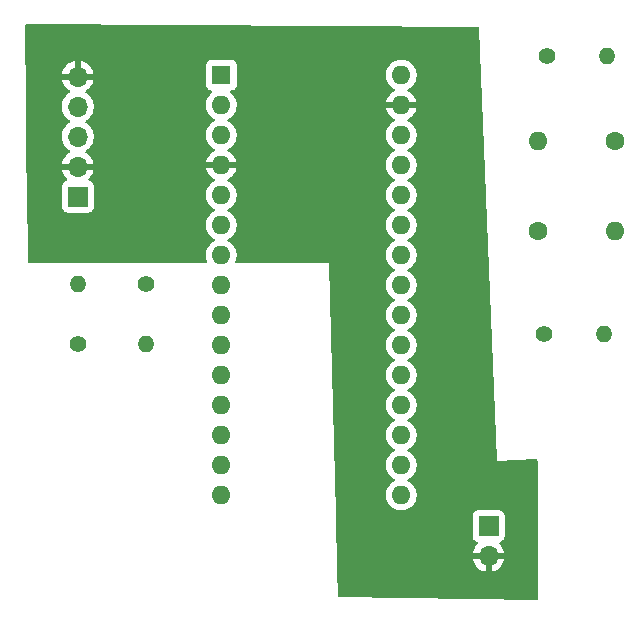
<source format=gbr>
%TF.GenerationSoftware,KiCad,Pcbnew,9.0.0*%
%TF.CreationDate,2025-03-11T22:59:59-03:00*%
%TF.ProjectId,TransmitterPCB,5472616e-736d-4697-9474-65725043422e,rev?*%
%TF.SameCoordinates,Original*%
%TF.FileFunction,Copper,L2,Bot*%
%TF.FilePolarity,Positive*%
%FSLAX46Y46*%
G04 Gerber Fmt 4.6, Leading zero omitted, Abs format (unit mm)*
G04 Created by KiCad (PCBNEW 9.0.0) date 2025-03-11 22:59:59*
%MOMM*%
%LPD*%
G01*
G04 APERTURE LIST*
%TA.AperFunction,ComponentPad*%
%ADD10C,1.600000*%
%TD*%
%TA.AperFunction,ComponentPad*%
%ADD11O,1.600000X1.600000*%
%TD*%
%TA.AperFunction,ComponentPad*%
%ADD12C,1.400000*%
%TD*%
%TA.AperFunction,ComponentPad*%
%ADD13O,1.400000X1.400000*%
%TD*%
%TA.AperFunction,ComponentPad*%
%ADD14R,1.700000X1.700000*%
%TD*%
%TA.AperFunction,ComponentPad*%
%ADD15O,1.700000X1.700000*%
%TD*%
%TA.AperFunction,ComponentPad*%
%ADD16R,1.600000X1.600000*%
%TD*%
G04 APERTURE END LIST*
D10*
%TO.P,R3,1*%
%TO.N,/Coil2*%
X160250000Y-84040000D03*
D11*
%TO.P,R3,2*%
%TO.N,/Out-*%
X160250000Y-76420000D03*
%TD*%
D10*
%TO.P,R2,1*%
%TO.N,/Out+*%
X166750000Y-76420000D03*
D11*
%TO.P,R2,2*%
%TO.N,/Coil1*%
X166750000Y-84040000D03*
%TD*%
D12*
%TO.P,R1,1*%
%TO.N,/R1-D5*%
X127000000Y-88500000D03*
D13*
%TO.P,R1,2*%
%TO.N,Net-(C1-Pad1)*%
X127000000Y-93580000D03*
%TD*%
D12*
%TO.P,L1,1,-*%
%TO.N,/Coil2*%
X160750000Y-92750000D03*
D13*
%TO.P,L1,2,+*%
%TO.N,/Coil1*%
X165830000Y-92750000D03*
%TD*%
D12*
%TO.P,J3,1,Pin_1*%
%TO.N,/Out-*%
X161000000Y-69250000D03*
D13*
%TO.P,J3,2,Pin_2*%
%TO.N,/Out+*%
X166080000Y-69250000D03*
%TD*%
D14*
%TO.P,J2,1,Pin_1*%
%TO.N,/A+*%
X121250000Y-81120000D03*
D15*
%TO.P,J2,2,Pin_2*%
%TO.N,GND*%
X121250000Y-78580000D03*
%TO.P,J2,3,Pin_3*%
%TO.N,unconnected-(J2-Pin_3-Pad3)*%
X121250000Y-76040000D03*
%TO.P,J2,4,Pin_4*%
%TO.N,+5V*%
X121250000Y-73500000D03*
%TO.P,J2,5,Pin_5*%
%TO.N,GND*%
X121250000Y-70960000D03*
%TD*%
D14*
%TO.P,J1,1,Pin_1*%
%TO.N,Net-(A1-VIN)*%
X156025000Y-109000000D03*
D15*
%TO.P,J1,2,Pin_2*%
%TO.N,GND*%
X156025000Y-111540000D03*
%TD*%
D12*
%TO.P,C1,1*%
%TO.N,Net-(C1-Pad1)*%
X121275000Y-93580000D03*
D13*
%TO.P,C1,2*%
%TO.N,/A+*%
X121275000Y-88500000D03*
%TD*%
D16*
%TO.P,A1,1,D1/TX*%
%TO.N,unconnected-(A1-D1{slash}TX-Pad1)*%
X133400000Y-70820000D03*
D11*
%TO.P,A1,2,D0/RX*%
%TO.N,unconnected-(A1-D0{slash}RX-Pad2)*%
X133400000Y-73360000D03*
%TO.P,A1,3,~{RESET}*%
%TO.N,unconnected-(A1-~{RESET}-Pad3)*%
X133400000Y-75900000D03*
%TO.P,A1,4,GND*%
%TO.N,GND*%
X133400000Y-78440000D03*
%TO.P,A1,5,D2*%
%TO.N,unconnected-(A1-D2-Pad5)*%
X133400000Y-80980000D03*
%TO.P,A1,6,D3*%
%TO.N,unconnected-(A1-D3-Pad6)*%
X133400000Y-83520000D03*
%TO.P,A1,7,D4*%
%TO.N,unconnected-(A1-D4-Pad7)*%
X133400000Y-86060000D03*
%TO.P,A1,8,D5*%
%TO.N,/R1-D5*%
X133400000Y-88600000D03*
%TO.P,A1,9,D6*%
%TO.N,unconnected-(A1-D6-Pad9)*%
X133400000Y-91140000D03*
%TO.P,A1,10,D7*%
%TO.N,unconnected-(A1-D7-Pad10)*%
X133400000Y-93680000D03*
%TO.P,A1,11,D8*%
%TO.N,unconnected-(A1-D8-Pad11)*%
X133400000Y-96220000D03*
%TO.P,A1,12,D9*%
%TO.N,unconnected-(A1-D9-Pad12)*%
X133400000Y-98760000D03*
%TO.P,A1,13,D10*%
%TO.N,unconnected-(A1-D10-Pad13)*%
X133400000Y-101300000D03*
%TO.P,A1,14,D11*%
%TO.N,unconnected-(A1-D11-Pad14)*%
X133400000Y-103840000D03*
%TO.P,A1,15,D12*%
%TO.N,unconnected-(A1-D12-Pad15)*%
X133400000Y-106380000D03*
%TO.P,A1,16,D13*%
%TO.N,unconnected-(A1-D13-Pad16)*%
X148640000Y-106380000D03*
%TO.P,A1,17,3V3*%
%TO.N,unconnected-(A1-3V3-Pad17)*%
X148640000Y-103840000D03*
%TO.P,A1,18,AREF*%
%TO.N,unconnected-(A1-AREF-Pad18)*%
X148640000Y-101300000D03*
%TO.P,A1,19,A0*%
%TO.N,unconnected-(A1-A0-Pad19)*%
X148640000Y-98760000D03*
%TO.P,A1,20,A1*%
%TO.N,unconnected-(A1-A1-Pad20)*%
X148640000Y-96220000D03*
%TO.P,A1,21,A2*%
%TO.N,unconnected-(A1-A2-Pad21)*%
X148640000Y-93680000D03*
%TO.P,A1,22,A3*%
%TO.N,unconnected-(A1-A3-Pad22)*%
X148640000Y-91140000D03*
%TO.P,A1,23,A4*%
%TO.N,unconnected-(A1-A4-Pad23)*%
X148640000Y-88600000D03*
%TO.P,A1,24,A5*%
%TO.N,unconnected-(A1-A5-Pad24)*%
X148640000Y-86060000D03*
%TO.P,A1,25,A6*%
%TO.N,unconnected-(A1-A6-Pad25)*%
X148640000Y-83520000D03*
%TO.P,A1,26,A7*%
%TO.N,unconnected-(A1-A7-Pad26)*%
X148640000Y-80980000D03*
%TO.P,A1,27,+5V*%
%TO.N,+5V*%
X148640000Y-78440000D03*
%TO.P,A1,28,~{RESET}*%
%TO.N,unconnected-(A1-~{RESET}-Pad28)*%
X148640000Y-75900000D03*
%TO.P,A1,29,GND*%
%TO.N,GND*%
X148640000Y-73360000D03*
%TO.P,A1,30,VIN*%
%TO.N,Net-(A1-VIN)*%
X148640000Y-70820000D03*
%TD*%
%TA.AperFunction,Conductor*%
%TO.N,GND*%
G36*
X155131731Y-66749232D02*
G01*
X155198641Y-66769351D01*
X155244052Y-66822451D01*
X155254823Y-66868172D01*
X156750000Y-103500000D01*
X160045733Y-103361468D01*
X160113539Y-103378320D01*
X160161472Y-103429156D01*
X160174937Y-103484568D01*
X160249192Y-115123359D01*
X160229936Y-115190523D01*
X160177425Y-115236613D01*
X160123372Y-115248137D01*
X143368975Y-115001749D01*
X143302232Y-114981080D01*
X143257258Y-114927609D01*
X143246842Y-114881053D01*
X143193100Y-112856757D01*
X143066871Y-108102135D01*
X154674500Y-108102135D01*
X154674500Y-109897870D01*
X154674501Y-109897876D01*
X154680908Y-109957483D01*
X154731202Y-110092328D01*
X154731206Y-110092335D01*
X154817452Y-110207544D01*
X154817455Y-110207547D01*
X154932664Y-110293793D01*
X154932671Y-110293797D01*
X154932674Y-110293798D01*
X155064598Y-110343002D01*
X155120531Y-110384873D01*
X155144949Y-110450337D01*
X155130098Y-110518610D01*
X155108947Y-110546865D01*
X154995271Y-110660541D01*
X154870379Y-110832442D01*
X154773904Y-111021782D01*
X154708242Y-111223870D01*
X154708242Y-111223873D01*
X154697769Y-111290000D01*
X155591988Y-111290000D01*
X155559075Y-111347007D01*
X155525000Y-111474174D01*
X155525000Y-111605826D01*
X155559075Y-111732993D01*
X155591988Y-111790000D01*
X154697769Y-111790000D01*
X154708242Y-111856126D01*
X154708242Y-111856129D01*
X154773904Y-112058217D01*
X154870379Y-112247557D01*
X154995272Y-112419459D01*
X154995276Y-112419464D01*
X155145535Y-112569723D01*
X155145540Y-112569727D01*
X155317442Y-112694620D01*
X155506782Y-112791095D01*
X155708871Y-112856757D01*
X155775000Y-112867231D01*
X155775000Y-111973012D01*
X155832007Y-112005925D01*
X155959174Y-112040000D01*
X156090826Y-112040000D01*
X156217993Y-112005925D01*
X156275000Y-111973012D01*
X156275000Y-112867230D01*
X156341126Y-112856757D01*
X156341129Y-112856757D01*
X156543217Y-112791095D01*
X156732557Y-112694620D01*
X156904459Y-112569727D01*
X156904464Y-112569723D01*
X157054723Y-112419464D01*
X157054727Y-112419459D01*
X157179620Y-112247557D01*
X157276095Y-112058217D01*
X157341757Y-111856129D01*
X157341757Y-111856126D01*
X157352231Y-111790000D01*
X156458012Y-111790000D01*
X156490925Y-111732993D01*
X156525000Y-111605826D01*
X156525000Y-111474174D01*
X156490925Y-111347007D01*
X156458012Y-111290000D01*
X157352231Y-111290000D01*
X157341757Y-111223873D01*
X157341757Y-111223870D01*
X157276095Y-111021782D01*
X157179620Y-110832442D01*
X157054727Y-110660540D01*
X157054723Y-110660535D01*
X156941053Y-110546865D01*
X156907568Y-110485542D01*
X156912552Y-110415850D01*
X156954424Y-110359917D01*
X156985400Y-110343002D01*
X157117331Y-110293796D01*
X157232546Y-110207546D01*
X157318796Y-110092331D01*
X157369091Y-109957483D01*
X157375500Y-109897873D01*
X157375499Y-108102128D01*
X157369091Y-108042517D01*
X157318796Y-107907669D01*
X157318795Y-107907668D01*
X157318793Y-107907664D01*
X157232547Y-107792455D01*
X157232544Y-107792452D01*
X157117335Y-107706206D01*
X157117328Y-107706202D01*
X156982482Y-107655908D01*
X156982483Y-107655908D01*
X156922883Y-107649501D01*
X156922881Y-107649500D01*
X156922873Y-107649500D01*
X156922864Y-107649500D01*
X155127129Y-107649500D01*
X155127123Y-107649501D01*
X155067516Y-107655908D01*
X154932671Y-107706202D01*
X154932664Y-107706206D01*
X154817455Y-107792452D01*
X154817452Y-107792455D01*
X154731206Y-107907664D01*
X154731202Y-107907671D01*
X154680908Y-108042517D01*
X154674503Y-108102097D01*
X154674501Y-108102123D01*
X154674500Y-108102135D01*
X143066871Y-108102135D01*
X143066871Y-108102123D01*
X143066870Y-108102097D01*
X142500000Y-86750000D01*
X134710362Y-86750000D01*
X134643323Y-86730315D01*
X134597568Y-86677511D01*
X134587624Y-86608353D01*
X134599878Y-86569704D01*
X134605217Y-86559225D01*
X134605218Y-86559223D01*
X134605220Y-86559219D01*
X134668477Y-86364534D01*
X134700500Y-86162352D01*
X134700500Y-85957648D01*
X134668477Y-85755466D01*
X134605220Y-85560781D01*
X134605218Y-85560778D01*
X134605218Y-85560776D01*
X134571503Y-85494607D01*
X134512287Y-85378390D01*
X134461493Y-85308477D01*
X134391971Y-85212786D01*
X134247213Y-85068028D01*
X134081614Y-84947715D01*
X134075006Y-84944348D01*
X133988917Y-84900483D01*
X133938123Y-84852511D01*
X133921328Y-84784690D01*
X133943865Y-84718555D01*
X133988917Y-84679516D01*
X134081610Y-84632287D01*
X134102770Y-84616913D01*
X134247213Y-84511971D01*
X134247215Y-84511968D01*
X134247219Y-84511966D01*
X134391966Y-84367219D01*
X134391968Y-84367215D01*
X134391971Y-84367213D01*
X134444732Y-84294590D01*
X134512287Y-84201610D01*
X134605220Y-84019219D01*
X134668477Y-83824534D01*
X134700500Y-83622352D01*
X134700500Y-83417648D01*
X134668477Y-83215466D01*
X134605220Y-83020781D01*
X134605218Y-83020778D01*
X134605218Y-83020776D01*
X134557799Y-82927713D01*
X134512287Y-82838390D01*
X134463706Y-82771523D01*
X134391971Y-82672786D01*
X134247213Y-82528028D01*
X134081614Y-82407715D01*
X134075006Y-82404348D01*
X133988917Y-82360483D01*
X133938123Y-82312511D01*
X133921328Y-82244690D01*
X133943865Y-82178555D01*
X133988917Y-82139516D01*
X134081610Y-82092287D01*
X134102770Y-82076913D01*
X134247213Y-81971971D01*
X134247215Y-81971968D01*
X134247219Y-81971966D01*
X134391966Y-81827219D01*
X134391968Y-81827215D01*
X134391971Y-81827213D01*
X134444732Y-81754590D01*
X134512287Y-81661610D01*
X134605220Y-81479219D01*
X134668477Y-81284534D01*
X134700500Y-81082352D01*
X134700500Y-80877648D01*
X134668477Y-80675466D01*
X134605220Y-80480781D01*
X134605218Y-80480778D01*
X134605218Y-80480776D01*
X134571503Y-80414607D01*
X134512287Y-80298390D01*
X134504556Y-80287749D01*
X134391971Y-80132786D01*
X134247213Y-79988028D01*
X134081611Y-79867713D01*
X133988369Y-79820203D01*
X133937574Y-79772229D01*
X133920779Y-79704407D01*
X133943317Y-79638273D01*
X133988371Y-79599234D01*
X134081347Y-79551861D01*
X134246894Y-79431582D01*
X134246895Y-79431582D01*
X134391582Y-79286895D01*
X134391582Y-79286894D01*
X134511859Y-79121349D01*
X134604755Y-78939029D01*
X134667990Y-78744413D01*
X134676609Y-78690000D01*
X133833012Y-78690000D01*
X133865925Y-78632993D01*
X133900000Y-78505826D01*
X133900000Y-78374174D01*
X133865925Y-78247007D01*
X133833012Y-78190000D01*
X134676609Y-78190000D01*
X134667990Y-78135586D01*
X134604755Y-77940970D01*
X134511859Y-77758650D01*
X134391582Y-77593105D01*
X134391582Y-77593104D01*
X134246895Y-77448417D01*
X134081349Y-77328140D01*
X133988370Y-77280765D01*
X133937574Y-77232790D01*
X133920779Y-77164969D01*
X133943316Y-77098835D01*
X133988370Y-77059795D01*
X133988920Y-77059515D01*
X134081610Y-77012287D01*
X134102770Y-76996913D01*
X134247213Y-76891971D01*
X134247215Y-76891968D01*
X134247219Y-76891966D01*
X134391966Y-76747219D01*
X134391968Y-76747215D01*
X134391971Y-76747213D01*
X134444732Y-76674590D01*
X134512287Y-76581610D01*
X134605220Y-76399219D01*
X134668477Y-76204534D01*
X134700500Y-76002352D01*
X134700500Y-75797648D01*
X134668477Y-75595466D01*
X134605220Y-75400781D01*
X134605218Y-75400778D01*
X134605218Y-75400776D01*
X134557799Y-75307713D01*
X134512287Y-75218390D01*
X134504556Y-75207749D01*
X134391971Y-75052786D01*
X134247213Y-74908028D01*
X134081614Y-74787715D01*
X134046846Y-74770000D01*
X133988917Y-74740483D01*
X133938123Y-74692511D01*
X133921328Y-74624690D01*
X133943865Y-74558555D01*
X133988917Y-74519516D01*
X134081610Y-74472287D01*
X134102770Y-74456913D01*
X134247213Y-74351971D01*
X134247215Y-74351968D01*
X134247219Y-74351966D01*
X134391966Y-74207219D01*
X134391968Y-74207215D01*
X134391971Y-74207213D01*
X134444732Y-74134590D01*
X134512287Y-74041610D01*
X134605220Y-73859219D01*
X134668477Y-73664534D01*
X134700500Y-73462352D01*
X134700500Y-73257648D01*
X134686144Y-73167007D01*
X134668477Y-73055465D01*
X134605218Y-72860776D01*
X134512419Y-72678650D01*
X134512287Y-72678390D01*
X134504556Y-72667749D01*
X134391971Y-72512786D01*
X134247219Y-72368034D01*
X134210930Y-72341669D01*
X134168264Y-72286339D01*
X134162285Y-72216726D01*
X134194890Y-72154931D01*
X134255728Y-72120573D01*
X134270562Y-72118060D01*
X134307483Y-72114091D01*
X134442328Y-72063797D01*
X134442327Y-72063797D01*
X134442331Y-72063796D01*
X134557546Y-71977546D01*
X134643796Y-71862331D01*
X134694091Y-71727483D01*
X134700500Y-71667873D01*
X134700499Y-70717648D01*
X147339500Y-70717648D01*
X147339500Y-70922351D01*
X147371522Y-71124534D01*
X147434781Y-71319223D01*
X147527715Y-71501613D01*
X147648028Y-71667213D01*
X147792786Y-71811971D01*
X147947749Y-71924556D01*
X147958390Y-71932287D01*
X148030424Y-71968990D01*
X148051629Y-71979795D01*
X148102425Y-72027770D01*
X148119220Y-72095591D01*
X148096682Y-72161726D01*
X148051629Y-72200765D01*
X147958650Y-72248140D01*
X147793105Y-72368417D01*
X147793104Y-72368417D01*
X147648417Y-72513104D01*
X147648417Y-72513105D01*
X147528140Y-72678650D01*
X147435244Y-72860970D01*
X147372009Y-73055586D01*
X147363391Y-73110000D01*
X148206988Y-73110000D01*
X148174075Y-73167007D01*
X148140000Y-73294174D01*
X148140000Y-73425826D01*
X148174075Y-73552993D01*
X148206988Y-73610000D01*
X147363391Y-73610000D01*
X147372009Y-73664413D01*
X147435244Y-73859029D01*
X147528140Y-74041349D01*
X147648417Y-74206894D01*
X147648417Y-74206895D01*
X147793104Y-74351582D01*
X147958652Y-74471861D01*
X148051628Y-74519234D01*
X148102425Y-74567208D01*
X148119220Y-74635029D01*
X148096683Y-74701164D01*
X148051630Y-74740203D01*
X147958388Y-74787713D01*
X147792786Y-74908028D01*
X147648028Y-75052786D01*
X147527715Y-75218386D01*
X147434781Y-75400776D01*
X147371522Y-75595465D01*
X147339500Y-75797648D01*
X147339500Y-76002351D01*
X147371522Y-76204534D01*
X147434781Y-76399223D01*
X147527715Y-76581613D01*
X147648028Y-76747213D01*
X147792786Y-76891971D01*
X147947749Y-77004556D01*
X147958390Y-77012287D01*
X148049840Y-77058883D01*
X148051080Y-77059515D01*
X148101876Y-77107490D01*
X148118671Y-77175311D01*
X148096134Y-77241446D01*
X148051080Y-77280485D01*
X147958386Y-77327715D01*
X147792786Y-77448028D01*
X147648028Y-77592786D01*
X147527715Y-77758386D01*
X147434781Y-77940776D01*
X147371522Y-78135465D01*
X147339500Y-78337648D01*
X147339500Y-78542351D01*
X147371522Y-78744534D01*
X147434781Y-78939223D01*
X147527715Y-79121613D01*
X147648028Y-79287213D01*
X147792786Y-79431971D01*
X147947749Y-79544556D01*
X147958390Y-79552287D01*
X148049840Y-79598883D01*
X148051080Y-79599515D01*
X148101876Y-79647490D01*
X148118671Y-79715311D01*
X148096134Y-79781446D01*
X148051080Y-79820485D01*
X147958386Y-79867715D01*
X147792786Y-79988028D01*
X147648028Y-80132786D01*
X147527715Y-80298386D01*
X147434781Y-80480776D01*
X147371522Y-80675465D01*
X147339500Y-80877648D01*
X147339500Y-81082351D01*
X147371522Y-81284534D01*
X147434781Y-81479223D01*
X147527715Y-81661613D01*
X147648028Y-81827213D01*
X147792786Y-81971971D01*
X147938012Y-82077482D01*
X147958390Y-82092287D01*
X148049840Y-82138883D01*
X148051080Y-82139515D01*
X148101876Y-82187490D01*
X148118671Y-82255311D01*
X148096134Y-82321446D01*
X148051080Y-82360485D01*
X147958386Y-82407715D01*
X147792786Y-82528028D01*
X147648028Y-82672786D01*
X147527715Y-82838386D01*
X147434781Y-83020776D01*
X147371522Y-83215465D01*
X147339500Y-83417648D01*
X147339500Y-83622351D01*
X147371522Y-83824534D01*
X147434781Y-84019223D01*
X147527715Y-84201613D01*
X147648028Y-84367213D01*
X147792786Y-84511971D01*
X147947749Y-84624556D01*
X147958390Y-84632287D01*
X148049840Y-84678883D01*
X148051080Y-84679515D01*
X148101876Y-84727490D01*
X148118671Y-84795311D01*
X148096134Y-84861446D01*
X148051080Y-84900485D01*
X147958386Y-84947715D01*
X147792786Y-85068028D01*
X147648028Y-85212786D01*
X147527715Y-85378386D01*
X147434781Y-85560776D01*
X147371522Y-85755465D01*
X147339500Y-85957648D01*
X147339500Y-86162351D01*
X147371522Y-86364534D01*
X147434781Y-86559223D01*
X147527715Y-86741613D01*
X147648028Y-86907213D01*
X147792786Y-87051971D01*
X147947749Y-87164556D01*
X147958390Y-87172287D01*
X148049840Y-87218883D01*
X148051080Y-87219515D01*
X148101876Y-87267490D01*
X148118671Y-87335311D01*
X148096134Y-87401446D01*
X148051080Y-87440485D01*
X147958386Y-87487715D01*
X147792786Y-87608028D01*
X147648028Y-87752786D01*
X147527715Y-87918386D01*
X147434781Y-88100776D01*
X147371522Y-88295465D01*
X147339500Y-88497648D01*
X147339500Y-88702351D01*
X147371522Y-88904534D01*
X147434781Y-89099223D01*
X147527715Y-89281613D01*
X147648028Y-89447213D01*
X147792786Y-89591971D01*
X147901480Y-89670940D01*
X147958390Y-89712287D01*
X148049840Y-89758883D01*
X148051080Y-89759515D01*
X148101876Y-89807490D01*
X148118671Y-89875311D01*
X148096134Y-89941446D01*
X148051080Y-89980485D01*
X147958386Y-90027715D01*
X147792786Y-90148028D01*
X147648028Y-90292786D01*
X147527715Y-90458386D01*
X147434781Y-90640776D01*
X147371522Y-90835465D01*
X147339500Y-91037648D01*
X147339500Y-91242351D01*
X147371522Y-91444534D01*
X147434781Y-91639223D01*
X147527715Y-91821613D01*
X147648028Y-91987213D01*
X147792786Y-92131971D01*
X147947749Y-92244556D01*
X147958390Y-92252287D01*
X148030773Y-92289168D01*
X148051080Y-92299515D01*
X148101876Y-92347490D01*
X148118671Y-92415311D01*
X148096134Y-92481446D01*
X148051080Y-92520485D01*
X147958386Y-92567715D01*
X147792786Y-92688028D01*
X147648028Y-92832786D01*
X147527715Y-92998386D01*
X147434781Y-93180776D01*
X147371522Y-93375465D01*
X147339500Y-93577648D01*
X147339500Y-93782351D01*
X147371522Y-93984534D01*
X147434781Y-94179223D01*
X147527715Y-94361613D01*
X147648028Y-94527213D01*
X147792786Y-94671971D01*
X147901480Y-94750940D01*
X147958390Y-94792287D01*
X148049840Y-94838883D01*
X148051080Y-94839515D01*
X148101876Y-94887490D01*
X148118671Y-94955311D01*
X148096134Y-95021446D01*
X148051080Y-95060485D01*
X147958386Y-95107715D01*
X147792786Y-95228028D01*
X147648028Y-95372786D01*
X147527715Y-95538386D01*
X147434781Y-95720776D01*
X147371522Y-95915465D01*
X147339500Y-96117648D01*
X147339500Y-96322351D01*
X147371522Y-96524534D01*
X147434781Y-96719223D01*
X147527715Y-96901613D01*
X147648028Y-97067213D01*
X147792786Y-97211971D01*
X147947749Y-97324556D01*
X147958390Y-97332287D01*
X148049840Y-97378883D01*
X148051080Y-97379515D01*
X148101876Y-97427490D01*
X148118671Y-97495311D01*
X148096134Y-97561446D01*
X148051080Y-97600485D01*
X147958386Y-97647715D01*
X147792786Y-97768028D01*
X147648028Y-97912786D01*
X147527715Y-98078386D01*
X147434781Y-98260776D01*
X147371522Y-98455465D01*
X147339500Y-98657648D01*
X147339500Y-98862351D01*
X147371522Y-99064534D01*
X147434781Y-99259223D01*
X147527715Y-99441613D01*
X147648028Y-99607213D01*
X147792786Y-99751971D01*
X147947749Y-99864556D01*
X147958390Y-99872287D01*
X148049840Y-99918883D01*
X148051080Y-99919515D01*
X148101876Y-99967490D01*
X148118671Y-100035311D01*
X148096134Y-100101446D01*
X148051080Y-100140485D01*
X147958386Y-100187715D01*
X147792786Y-100308028D01*
X147648028Y-100452786D01*
X147527715Y-100618386D01*
X147434781Y-100800776D01*
X147371522Y-100995465D01*
X147339500Y-101197648D01*
X147339500Y-101402351D01*
X147371522Y-101604534D01*
X147434781Y-101799223D01*
X147527715Y-101981613D01*
X147648028Y-102147213D01*
X147792786Y-102291971D01*
X147947749Y-102404556D01*
X147958390Y-102412287D01*
X148049840Y-102458883D01*
X148051080Y-102459515D01*
X148101876Y-102507490D01*
X148118671Y-102575311D01*
X148096134Y-102641446D01*
X148051080Y-102680485D01*
X147958386Y-102727715D01*
X147792786Y-102848028D01*
X147648028Y-102992786D01*
X147527715Y-103158386D01*
X147434781Y-103340776D01*
X147371522Y-103535465D01*
X147339500Y-103737648D01*
X147339500Y-103942351D01*
X147371522Y-104144534D01*
X147434781Y-104339223D01*
X147527715Y-104521613D01*
X147648028Y-104687213D01*
X147792786Y-104831971D01*
X147947749Y-104944556D01*
X147958390Y-104952287D01*
X148049840Y-104998883D01*
X148051080Y-104999515D01*
X148101876Y-105047490D01*
X148118671Y-105115311D01*
X148096134Y-105181446D01*
X148051080Y-105220485D01*
X147958386Y-105267715D01*
X147792786Y-105388028D01*
X147648028Y-105532786D01*
X147527715Y-105698386D01*
X147434781Y-105880776D01*
X147371522Y-106075465D01*
X147339500Y-106277648D01*
X147339500Y-106482351D01*
X147371522Y-106684534D01*
X147434781Y-106879223D01*
X147527715Y-107061613D01*
X147648028Y-107227213D01*
X147792786Y-107371971D01*
X147947749Y-107484556D01*
X147958390Y-107492287D01*
X148074607Y-107551503D01*
X148140776Y-107585218D01*
X148140778Y-107585218D01*
X148140781Y-107585220D01*
X148245137Y-107619127D01*
X148335465Y-107648477D01*
X148382389Y-107655909D01*
X148537648Y-107680500D01*
X148537649Y-107680500D01*
X148742351Y-107680500D01*
X148742352Y-107680500D01*
X148944534Y-107648477D01*
X149139219Y-107585220D01*
X149321610Y-107492287D01*
X149414590Y-107424732D01*
X149487213Y-107371971D01*
X149487215Y-107371968D01*
X149487219Y-107371966D01*
X149631966Y-107227219D01*
X149631968Y-107227215D01*
X149631971Y-107227213D01*
X149684732Y-107154590D01*
X149752287Y-107061610D01*
X149845220Y-106879219D01*
X149908477Y-106684534D01*
X149940500Y-106482352D01*
X149940500Y-106277648D01*
X149908477Y-106075466D01*
X149845220Y-105880781D01*
X149845218Y-105880778D01*
X149845218Y-105880776D01*
X149811503Y-105814607D01*
X149752287Y-105698390D01*
X149744556Y-105687749D01*
X149631971Y-105532786D01*
X149487213Y-105388028D01*
X149321614Y-105267715D01*
X149315006Y-105264348D01*
X149228917Y-105220483D01*
X149178123Y-105172511D01*
X149161328Y-105104690D01*
X149183865Y-105038555D01*
X149228917Y-104999516D01*
X149321610Y-104952287D01*
X149342770Y-104936913D01*
X149487213Y-104831971D01*
X149487215Y-104831968D01*
X149487219Y-104831966D01*
X149631966Y-104687219D01*
X149631968Y-104687215D01*
X149631971Y-104687213D01*
X149684732Y-104614590D01*
X149752287Y-104521610D01*
X149845220Y-104339219D01*
X149908477Y-104144534D01*
X149940500Y-103942352D01*
X149940500Y-103737648D01*
X149908477Y-103535466D01*
X149896953Y-103500000D01*
X149856651Y-103375962D01*
X149845220Y-103340781D01*
X149845218Y-103340778D01*
X149845218Y-103340776D01*
X149811503Y-103274607D01*
X149752287Y-103158390D01*
X149727329Y-103124038D01*
X149631971Y-102992786D01*
X149487213Y-102848028D01*
X149321614Y-102727715D01*
X149315006Y-102724348D01*
X149228917Y-102680483D01*
X149178123Y-102632511D01*
X149161328Y-102564690D01*
X149183865Y-102498555D01*
X149228917Y-102459516D01*
X149321610Y-102412287D01*
X149342770Y-102396913D01*
X149487213Y-102291971D01*
X149487215Y-102291968D01*
X149487219Y-102291966D01*
X149631966Y-102147219D01*
X149631968Y-102147215D01*
X149631971Y-102147213D01*
X149717706Y-102029207D01*
X149752287Y-101981610D01*
X149845220Y-101799219D01*
X149908477Y-101604534D01*
X149940500Y-101402352D01*
X149940500Y-101197648D01*
X149908477Y-100995466D01*
X149845220Y-100800781D01*
X149845218Y-100800778D01*
X149845218Y-100800776D01*
X149811503Y-100734607D01*
X149752287Y-100618390D01*
X149744556Y-100607749D01*
X149631971Y-100452786D01*
X149487213Y-100308028D01*
X149321614Y-100187715D01*
X149315006Y-100184348D01*
X149228917Y-100140483D01*
X149178123Y-100092511D01*
X149161328Y-100024690D01*
X149183865Y-99958555D01*
X149228917Y-99919516D01*
X149321610Y-99872287D01*
X149342770Y-99856913D01*
X149487213Y-99751971D01*
X149487215Y-99751968D01*
X149487219Y-99751966D01*
X149631966Y-99607219D01*
X149631968Y-99607215D01*
X149631971Y-99607213D01*
X149684732Y-99534590D01*
X149752287Y-99441610D01*
X149845220Y-99259219D01*
X149908477Y-99064534D01*
X149940500Y-98862352D01*
X149940500Y-98657648D01*
X149908477Y-98455466D01*
X149845220Y-98260781D01*
X149845218Y-98260778D01*
X149845218Y-98260776D01*
X149811503Y-98194607D01*
X149752287Y-98078390D01*
X149744556Y-98067749D01*
X149631971Y-97912786D01*
X149487213Y-97768028D01*
X149321614Y-97647715D01*
X149315006Y-97644348D01*
X149228917Y-97600483D01*
X149178123Y-97552511D01*
X149161328Y-97484690D01*
X149183865Y-97418555D01*
X149228917Y-97379516D01*
X149321610Y-97332287D01*
X149342770Y-97316913D01*
X149487213Y-97211971D01*
X149487215Y-97211968D01*
X149487219Y-97211966D01*
X149631966Y-97067219D01*
X149631968Y-97067215D01*
X149631971Y-97067213D01*
X149684732Y-96994590D01*
X149752287Y-96901610D01*
X149845220Y-96719219D01*
X149908477Y-96524534D01*
X149940500Y-96322352D01*
X149940500Y-96117648D01*
X149908477Y-95915466D01*
X149845220Y-95720781D01*
X149845218Y-95720778D01*
X149845218Y-95720776D01*
X149811503Y-95654607D01*
X149752287Y-95538390D01*
X149744556Y-95527749D01*
X149631971Y-95372786D01*
X149487213Y-95228028D01*
X149321614Y-95107715D01*
X149315006Y-95104348D01*
X149228917Y-95060483D01*
X149178123Y-95012511D01*
X149161328Y-94944690D01*
X149183865Y-94878555D01*
X149228917Y-94839516D01*
X149321610Y-94792287D01*
X149378520Y-94750940D01*
X149487213Y-94671971D01*
X149487215Y-94671968D01*
X149487219Y-94671966D01*
X149631966Y-94527219D01*
X149631968Y-94527215D01*
X149631971Y-94527213D01*
X149684732Y-94454590D01*
X149752287Y-94361610D01*
X149845220Y-94179219D01*
X149908477Y-93984534D01*
X149940500Y-93782352D01*
X149940500Y-93577648D01*
X149908477Y-93375466D01*
X149845220Y-93180781D01*
X149845218Y-93180778D01*
X149845218Y-93180776D01*
X149811503Y-93114607D01*
X149752287Y-92998390D01*
X149717712Y-92950801D01*
X149631971Y-92832786D01*
X149487213Y-92688028D01*
X149321614Y-92567715D01*
X149293205Y-92553240D01*
X149228917Y-92520483D01*
X149178123Y-92472511D01*
X149161328Y-92404690D01*
X149183865Y-92338555D01*
X149228917Y-92299516D01*
X149321610Y-92252287D01*
X149342770Y-92236913D01*
X149487213Y-92131971D01*
X149487215Y-92131968D01*
X149487219Y-92131966D01*
X149631966Y-91987219D01*
X149631968Y-91987215D01*
X149631971Y-91987213D01*
X149684732Y-91914590D01*
X149752287Y-91821610D01*
X149845220Y-91639219D01*
X149908477Y-91444534D01*
X149940500Y-91242352D01*
X149940500Y-91037648D01*
X149908477Y-90835466D01*
X149845220Y-90640781D01*
X149845218Y-90640778D01*
X149845218Y-90640776D01*
X149811503Y-90574607D01*
X149752287Y-90458390D01*
X149744556Y-90447749D01*
X149631971Y-90292786D01*
X149487213Y-90148028D01*
X149321614Y-90027715D01*
X149315006Y-90024348D01*
X149228917Y-89980483D01*
X149178123Y-89932511D01*
X149161328Y-89864690D01*
X149183865Y-89798555D01*
X149228917Y-89759516D01*
X149321610Y-89712287D01*
X149378520Y-89670940D01*
X149487213Y-89591971D01*
X149487215Y-89591968D01*
X149487219Y-89591966D01*
X149631966Y-89447219D01*
X149631968Y-89447215D01*
X149631971Y-89447213D01*
X149684732Y-89374590D01*
X149752287Y-89281610D01*
X149845220Y-89099219D01*
X149908477Y-88904534D01*
X149940500Y-88702352D01*
X149940500Y-88497648D01*
X149908477Y-88295466D01*
X149845220Y-88100781D01*
X149845218Y-88100778D01*
X149845218Y-88100776D01*
X149811503Y-88034607D01*
X149752287Y-87918390D01*
X149717712Y-87870801D01*
X149631971Y-87752786D01*
X149487213Y-87608028D01*
X149321614Y-87487715D01*
X149293205Y-87473240D01*
X149228917Y-87440483D01*
X149178123Y-87392511D01*
X149161328Y-87324690D01*
X149183865Y-87258555D01*
X149228917Y-87219516D01*
X149321610Y-87172287D01*
X149342770Y-87156913D01*
X149487213Y-87051971D01*
X149487215Y-87051968D01*
X149487219Y-87051966D01*
X149631966Y-86907219D01*
X149631968Y-86907215D01*
X149631971Y-86907213D01*
X149746191Y-86750000D01*
X149752287Y-86741610D01*
X149845220Y-86559219D01*
X149908477Y-86364534D01*
X149940500Y-86162352D01*
X149940500Y-85957648D01*
X149908477Y-85755466D01*
X149845220Y-85560781D01*
X149845218Y-85560778D01*
X149845218Y-85560776D01*
X149811503Y-85494607D01*
X149752287Y-85378390D01*
X149701493Y-85308477D01*
X149631971Y-85212786D01*
X149487213Y-85068028D01*
X149321614Y-84947715D01*
X149315006Y-84944348D01*
X149228917Y-84900483D01*
X149178123Y-84852511D01*
X149161328Y-84784690D01*
X149183865Y-84718555D01*
X149228917Y-84679516D01*
X149321610Y-84632287D01*
X149342770Y-84616913D01*
X149487213Y-84511971D01*
X149487215Y-84511968D01*
X149487219Y-84511966D01*
X149631966Y-84367219D01*
X149631968Y-84367215D01*
X149631971Y-84367213D01*
X149684732Y-84294590D01*
X149752287Y-84201610D01*
X149845220Y-84019219D01*
X149908477Y-83824534D01*
X149940500Y-83622352D01*
X149940500Y-83417648D01*
X149908477Y-83215466D01*
X149845220Y-83020781D01*
X149845218Y-83020778D01*
X149845218Y-83020776D01*
X149797799Y-82927713D01*
X149752287Y-82838390D01*
X149703706Y-82771523D01*
X149631971Y-82672786D01*
X149487213Y-82528028D01*
X149321614Y-82407715D01*
X149315006Y-82404348D01*
X149228917Y-82360483D01*
X149178123Y-82312511D01*
X149161328Y-82244690D01*
X149183865Y-82178555D01*
X149228917Y-82139516D01*
X149321610Y-82092287D01*
X149342770Y-82076913D01*
X149487213Y-81971971D01*
X149487215Y-81971968D01*
X149487219Y-81971966D01*
X149631966Y-81827219D01*
X149631968Y-81827215D01*
X149631971Y-81827213D01*
X149684732Y-81754590D01*
X149752287Y-81661610D01*
X149845220Y-81479219D01*
X149908477Y-81284534D01*
X149940500Y-81082352D01*
X149940500Y-80877648D01*
X149908477Y-80675466D01*
X149845220Y-80480781D01*
X149845218Y-80480778D01*
X149845218Y-80480776D01*
X149811503Y-80414607D01*
X149752287Y-80298390D01*
X149744556Y-80287749D01*
X149631971Y-80132786D01*
X149487213Y-79988028D01*
X149321614Y-79867715D01*
X149315006Y-79864348D01*
X149228917Y-79820483D01*
X149178123Y-79772511D01*
X149161328Y-79704690D01*
X149183865Y-79638555D01*
X149228917Y-79599516D01*
X149321610Y-79552287D01*
X149342770Y-79536913D01*
X149487213Y-79431971D01*
X149487215Y-79431968D01*
X149487219Y-79431966D01*
X149631966Y-79287219D01*
X149631968Y-79287215D01*
X149631971Y-79287213D01*
X149684732Y-79214590D01*
X149752287Y-79121610D01*
X149845220Y-78939219D01*
X149908477Y-78744534D01*
X149940500Y-78542352D01*
X149940500Y-78337648D01*
X149939289Y-78330000D01*
X149908477Y-78135465D01*
X149845218Y-77940776D01*
X149752419Y-77758650D01*
X149752287Y-77758390D01*
X149710257Y-77700540D01*
X149631971Y-77592786D01*
X149487213Y-77448028D01*
X149321614Y-77327715D01*
X149297811Y-77315587D01*
X149228917Y-77280483D01*
X149178123Y-77232511D01*
X149161328Y-77164690D01*
X149183865Y-77098555D01*
X149228917Y-77059516D01*
X149321610Y-77012287D01*
X149342770Y-76996913D01*
X149487213Y-76891971D01*
X149487215Y-76891968D01*
X149487219Y-76891966D01*
X149631966Y-76747219D01*
X149631968Y-76747215D01*
X149631971Y-76747213D01*
X149684732Y-76674590D01*
X149752287Y-76581610D01*
X149845220Y-76399219D01*
X149908477Y-76204534D01*
X149940500Y-76002352D01*
X149940500Y-75797648D01*
X149908477Y-75595466D01*
X149845220Y-75400781D01*
X149845218Y-75400778D01*
X149845218Y-75400776D01*
X149797799Y-75307713D01*
X149752287Y-75218390D01*
X149744556Y-75207749D01*
X149631971Y-75052786D01*
X149487213Y-74908028D01*
X149321611Y-74787713D01*
X149228369Y-74740203D01*
X149177574Y-74692229D01*
X149160779Y-74624407D01*
X149183317Y-74558273D01*
X149228371Y-74519234D01*
X149321347Y-74471861D01*
X149486894Y-74351582D01*
X149486895Y-74351582D01*
X149631582Y-74206895D01*
X149631582Y-74206894D01*
X149751859Y-74041349D01*
X149844755Y-73859029D01*
X149907990Y-73664413D01*
X149916609Y-73610000D01*
X149073012Y-73610000D01*
X149105925Y-73552993D01*
X149140000Y-73425826D01*
X149140000Y-73294174D01*
X149105925Y-73167007D01*
X149073012Y-73110000D01*
X149916609Y-73110000D01*
X149907990Y-73055586D01*
X149844755Y-72860970D01*
X149751859Y-72678650D01*
X149631582Y-72513105D01*
X149631582Y-72513104D01*
X149486895Y-72368417D01*
X149321349Y-72248140D01*
X149228370Y-72200765D01*
X149177574Y-72152790D01*
X149160779Y-72084969D01*
X149183316Y-72018835D01*
X149228370Y-71979795D01*
X149232788Y-71977544D01*
X149321610Y-71932287D01*
X149342770Y-71916913D01*
X149487213Y-71811971D01*
X149487215Y-71811968D01*
X149487219Y-71811966D01*
X149631966Y-71667219D01*
X149631968Y-71667215D01*
X149631971Y-71667213D01*
X149684732Y-71594590D01*
X149752287Y-71501610D01*
X149845220Y-71319219D01*
X149908477Y-71124534D01*
X149940500Y-70922352D01*
X149940500Y-70717648D01*
X149939289Y-70710000D01*
X149908477Y-70515465D01*
X149877764Y-70420940D01*
X149845220Y-70320781D01*
X149845218Y-70320778D01*
X149845218Y-70320776D01*
X149810399Y-70252442D01*
X149752287Y-70138390D01*
X149710257Y-70080540D01*
X149631971Y-69972786D01*
X149487213Y-69828028D01*
X149321613Y-69707715D01*
X149321612Y-69707714D01*
X149321610Y-69707713D01*
X149264653Y-69678691D01*
X149139223Y-69614781D01*
X148944534Y-69551522D01*
X148769995Y-69523878D01*
X148742352Y-69519500D01*
X148537648Y-69519500D01*
X148513329Y-69523351D01*
X148335465Y-69551522D01*
X148140776Y-69614781D01*
X147958386Y-69707715D01*
X147792786Y-69828028D01*
X147648028Y-69972786D01*
X147527715Y-70138386D01*
X147434781Y-70320776D01*
X147371522Y-70515465D01*
X147339500Y-70717648D01*
X134700499Y-70717648D01*
X134700499Y-69972128D01*
X134694091Y-69912517D01*
X134681664Y-69879199D01*
X134643797Y-69777671D01*
X134643793Y-69777664D01*
X134557547Y-69662455D01*
X134557544Y-69662452D01*
X134442335Y-69576206D01*
X134442328Y-69576202D01*
X134307482Y-69525908D01*
X134307483Y-69525908D01*
X134247883Y-69519501D01*
X134247881Y-69519500D01*
X134247873Y-69519500D01*
X134247864Y-69519500D01*
X132552129Y-69519500D01*
X132552123Y-69519501D01*
X132492516Y-69525908D01*
X132357671Y-69576202D01*
X132357664Y-69576206D01*
X132242455Y-69662452D01*
X132242452Y-69662455D01*
X132156206Y-69777664D01*
X132156202Y-69777671D01*
X132105908Y-69912517D01*
X132099501Y-69972116D01*
X132099501Y-69972123D01*
X132099500Y-69972135D01*
X132099500Y-71667870D01*
X132099501Y-71667876D01*
X132105908Y-71727483D01*
X132156202Y-71862328D01*
X132156206Y-71862335D01*
X132242452Y-71977544D01*
X132242455Y-71977547D01*
X132357664Y-72063793D01*
X132357671Y-72063797D01*
X132402618Y-72080561D01*
X132492517Y-72114091D01*
X132529441Y-72118060D01*
X132593989Y-72144796D01*
X132633838Y-72202188D01*
X132636333Y-72272013D01*
X132600681Y-72332102D01*
X132589071Y-72341666D01*
X132552784Y-72368030D01*
X132408028Y-72512786D01*
X132287715Y-72678386D01*
X132194781Y-72860776D01*
X132131522Y-73055465D01*
X132099500Y-73257648D01*
X132099500Y-73462351D01*
X132131522Y-73664534D01*
X132194781Y-73859223D01*
X132287715Y-74041613D01*
X132408028Y-74207213D01*
X132552786Y-74351971D01*
X132707749Y-74464556D01*
X132718390Y-74472287D01*
X132809840Y-74518883D01*
X132811080Y-74519515D01*
X132861876Y-74567490D01*
X132878671Y-74635311D01*
X132856134Y-74701446D01*
X132811080Y-74740485D01*
X132718386Y-74787715D01*
X132552786Y-74908028D01*
X132408028Y-75052786D01*
X132287715Y-75218386D01*
X132194781Y-75400776D01*
X132131522Y-75595465D01*
X132099500Y-75797648D01*
X132099500Y-76002351D01*
X132131522Y-76204534D01*
X132194781Y-76399223D01*
X132287715Y-76581613D01*
X132408028Y-76747213D01*
X132552786Y-76891971D01*
X132707749Y-77004556D01*
X132718390Y-77012287D01*
X132790424Y-77048990D01*
X132811629Y-77059795D01*
X132862425Y-77107770D01*
X132879220Y-77175591D01*
X132856682Y-77241726D01*
X132811629Y-77280765D01*
X132718650Y-77328140D01*
X132553105Y-77448417D01*
X132553104Y-77448417D01*
X132408417Y-77593104D01*
X132408417Y-77593105D01*
X132288140Y-77758650D01*
X132195244Y-77940970D01*
X132132009Y-78135586D01*
X132123391Y-78190000D01*
X132966988Y-78190000D01*
X132934075Y-78247007D01*
X132900000Y-78374174D01*
X132900000Y-78505826D01*
X132934075Y-78632993D01*
X132966988Y-78690000D01*
X132123391Y-78690000D01*
X132132009Y-78744413D01*
X132195244Y-78939029D01*
X132288140Y-79121349D01*
X132408417Y-79286894D01*
X132408417Y-79286895D01*
X132553104Y-79431582D01*
X132718652Y-79551861D01*
X132811628Y-79599234D01*
X132862425Y-79647208D01*
X132879220Y-79715029D01*
X132856683Y-79781164D01*
X132811630Y-79820203D01*
X132718388Y-79867713D01*
X132552786Y-79988028D01*
X132408028Y-80132786D01*
X132287715Y-80298386D01*
X132194781Y-80480776D01*
X132131522Y-80675465D01*
X132099500Y-80877648D01*
X132099500Y-81082351D01*
X132131522Y-81284534D01*
X132194781Y-81479223D01*
X132287715Y-81661613D01*
X132408028Y-81827213D01*
X132552786Y-81971971D01*
X132698012Y-82077482D01*
X132718390Y-82092287D01*
X132809840Y-82138883D01*
X132811080Y-82139515D01*
X132861876Y-82187490D01*
X132878671Y-82255311D01*
X132856134Y-82321446D01*
X132811080Y-82360485D01*
X132718386Y-82407715D01*
X132552786Y-82528028D01*
X132408028Y-82672786D01*
X132287715Y-82838386D01*
X132194781Y-83020776D01*
X132131522Y-83215465D01*
X132099500Y-83417648D01*
X132099500Y-83622351D01*
X132131522Y-83824534D01*
X132194781Y-84019223D01*
X132287715Y-84201613D01*
X132408028Y-84367213D01*
X132552786Y-84511971D01*
X132707749Y-84624556D01*
X132718390Y-84632287D01*
X132809840Y-84678883D01*
X132811080Y-84679515D01*
X132861876Y-84727490D01*
X132878671Y-84795311D01*
X132856134Y-84861446D01*
X132811080Y-84900485D01*
X132718386Y-84947715D01*
X132552786Y-85068028D01*
X132408028Y-85212786D01*
X132287715Y-85378386D01*
X132194781Y-85560776D01*
X132131522Y-85755465D01*
X132099500Y-85957648D01*
X132099500Y-86162351D01*
X132131522Y-86364534D01*
X132194782Y-86559225D01*
X132200122Y-86569704D01*
X132213019Y-86638373D01*
X132186744Y-86703113D01*
X132129638Y-86743371D01*
X132089638Y-86750000D01*
X117122479Y-86750000D01*
X117055440Y-86730315D01*
X117009685Y-86677511D01*
X116998488Y-86627531D01*
X116919387Y-80220337D01*
X116891244Y-77940776D01*
X116835107Y-73393713D01*
X119899500Y-73393713D01*
X119899500Y-73606286D01*
X119932753Y-73816239D01*
X119998444Y-74018414D01*
X120094951Y-74207820D01*
X120219890Y-74379786D01*
X120370213Y-74530109D01*
X120542182Y-74655050D01*
X120550946Y-74659516D01*
X120601742Y-74707491D01*
X120618536Y-74775312D01*
X120595998Y-74841447D01*
X120550946Y-74880484D01*
X120542182Y-74884949D01*
X120370213Y-75009890D01*
X120219890Y-75160213D01*
X120094951Y-75332179D01*
X119998444Y-75521585D01*
X119932753Y-75723760D01*
X119901548Y-75920781D01*
X119899500Y-75933713D01*
X119899500Y-76146287D01*
X119932754Y-76356243D01*
X119986726Y-76522352D01*
X119998444Y-76558414D01*
X120094951Y-76747820D01*
X120219890Y-76919786D01*
X120370213Y-77070109D01*
X120542179Y-77195048D01*
X120542181Y-77195049D01*
X120542184Y-77195051D01*
X120551493Y-77199794D01*
X120602290Y-77247766D01*
X120619087Y-77315587D01*
X120596552Y-77381722D01*
X120551502Y-77420762D01*
X120542443Y-77425378D01*
X120370540Y-77550272D01*
X120370535Y-77550276D01*
X120220276Y-77700535D01*
X120220272Y-77700540D01*
X120095379Y-77872442D01*
X119998904Y-78061782D01*
X119933242Y-78263870D01*
X119933242Y-78263873D01*
X119922769Y-78330000D01*
X120816988Y-78330000D01*
X120784075Y-78387007D01*
X120750000Y-78514174D01*
X120750000Y-78645826D01*
X120784075Y-78772993D01*
X120816988Y-78830000D01*
X119922769Y-78830000D01*
X119933242Y-78896126D01*
X119933242Y-78896129D01*
X119998904Y-79098217D01*
X120095379Y-79287557D01*
X120220272Y-79459459D01*
X120220276Y-79459464D01*
X120333946Y-79573134D01*
X120367431Y-79634457D01*
X120362447Y-79704149D01*
X120320575Y-79760082D01*
X120289598Y-79776997D01*
X120157671Y-79826202D01*
X120157664Y-79826206D01*
X120042455Y-79912452D01*
X120042452Y-79912455D01*
X119956206Y-80027664D01*
X119956202Y-80027671D01*
X119905908Y-80162517D01*
X119899692Y-80220337D01*
X119899501Y-80222123D01*
X119899500Y-80222135D01*
X119899500Y-82017870D01*
X119899501Y-82017876D01*
X119905908Y-82077483D01*
X119956202Y-82212328D01*
X119956206Y-82212335D01*
X120042452Y-82327544D01*
X120042455Y-82327547D01*
X120157664Y-82413793D01*
X120157671Y-82413797D01*
X120292517Y-82464091D01*
X120292516Y-82464091D01*
X120299444Y-82464835D01*
X120352127Y-82470500D01*
X122147872Y-82470499D01*
X122207483Y-82464091D01*
X122342331Y-82413796D01*
X122457546Y-82327546D01*
X122543796Y-82212331D01*
X122594091Y-82077483D01*
X122600500Y-82017873D01*
X122600499Y-80222128D01*
X122594091Y-80162517D01*
X122583000Y-80132781D01*
X122543797Y-80027671D01*
X122543793Y-80027664D01*
X122457547Y-79912455D01*
X122457544Y-79912452D01*
X122342335Y-79826206D01*
X122342328Y-79826202D01*
X122210401Y-79776997D01*
X122154467Y-79735126D01*
X122130050Y-79669662D01*
X122144902Y-79601389D01*
X122166053Y-79573133D01*
X122279728Y-79459458D01*
X122404620Y-79287557D01*
X122501095Y-79098217D01*
X122566757Y-78896129D01*
X122566757Y-78896126D01*
X122577231Y-78830000D01*
X121683012Y-78830000D01*
X121715925Y-78772993D01*
X121750000Y-78645826D01*
X121750000Y-78514174D01*
X121715925Y-78387007D01*
X121683012Y-78330000D01*
X122577231Y-78330000D01*
X122566757Y-78263873D01*
X122566757Y-78263870D01*
X122501095Y-78061782D01*
X122404620Y-77872442D01*
X122279727Y-77700540D01*
X122279723Y-77700535D01*
X122129464Y-77550276D01*
X122129459Y-77550272D01*
X121957555Y-77425377D01*
X121948500Y-77420763D01*
X121897706Y-77372788D01*
X121880912Y-77304966D01*
X121903451Y-77238832D01*
X121948508Y-77199793D01*
X121957816Y-77195051D01*
X122077949Y-77107770D01*
X122129786Y-77070109D01*
X122129788Y-77070106D01*
X122129792Y-77070104D01*
X122280104Y-76919792D01*
X122280106Y-76919788D01*
X122280109Y-76919786D01*
X122405048Y-76747820D01*
X122405047Y-76747820D01*
X122405051Y-76747816D01*
X122501557Y-76558412D01*
X122567246Y-76356243D01*
X122600500Y-76146287D01*
X122600500Y-75933713D01*
X122567246Y-75723757D01*
X122501557Y-75521588D01*
X122405051Y-75332184D01*
X122405049Y-75332181D01*
X122405048Y-75332179D01*
X122280109Y-75160213D01*
X122129786Y-75009890D01*
X121957820Y-74884951D01*
X121957115Y-74884591D01*
X121949054Y-74880485D01*
X121898259Y-74832512D01*
X121881463Y-74764692D01*
X121903999Y-74698556D01*
X121949054Y-74659515D01*
X121957816Y-74655051D01*
X122034276Y-74599500D01*
X122129786Y-74530109D01*
X122129788Y-74530106D01*
X122129792Y-74530104D01*
X122280104Y-74379792D01*
X122280106Y-74379788D01*
X122280109Y-74379786D01*
X122405048Y-74207820D01*
X122405047Y-74207820D01*
X122405051Y-74207816D01*
X122501557Y-74018412D01*
X122567246Y-73816243D01*
X122600500Y-73606287D01*
X122600500Y-73393713D01*
X122567246Y-73183757D01*
X122501557Y-72981588D01*
X122405051Y-72792184D01*
X122405049Y-72792181D01*
X122405048Y-72792179D01*
X122280109Y-72620213D01*
X122129786Y-72469890D01*
X121957817Y-72344949D01*
X121948504Y-72340204D01*
X121897707Y-72292230D01*
X121880912Y-72224409D01*
X121903449Y-72158274D01*
X121948507Y-72119232D01*
X121957558Y-72114620D01*
X122129459Y-71989727D01*
X122129464Y-71989723D01*
X122279723Y-71839464D01*
X122279727Y-71839459D01*
X122404620Y-71667557D01*
X122501095Y-71478217D01*
X122566757Y-71276129D01*
X122566757Y-71276126D01*
X122577231Y-71210000D01*
X121683012Y-71210000D01*
X121715925Y-71152993D01*
X121750000Y-71025826D01*
X121750000Y-70894174D01*
X121715925Y-70767007D01*
X121683012Y-70710000D01*
X122577231Y-70710000D01*
X122566757Y-70643873D01*
X122566757Y-70643870D01*
X122501095Y-70441782D01*
X122404620Y-70252442D01*
X122279727Y-70080540D01*
X122279723Y-70080535D01*
X122129464Y-69930276D01*
X122129459Y-69930272D01*
X121957557Y-69805379D01*
X121768215Y-69708903D01*
X121566124Y-69643241D01*
X121500000Y-69632768D01*
X121500000Y-70526988D01*
X121442993Y-70494075D01*
X121315826Y-70460000D01*
X121184174Y-70460000D01*
X121057007Y-70494075D01*
X121000000Y-70526988D01*
X121000000Y-69632768D01*
X120999999Y-69632768D01*
X120933875Y-69643241D01*
X120731784Y-69708903D01*
X120542442Y-69805379D01*
X120370540Y-69930272D01*
X120370535Y-69930276D01*
X120220276Y-70080535D01*
X120220272Y-70080540D01*
X120095379Y-70252442D01*
X119998904Y-70441782D01*
X119933242Y-70643870D01*
X119933242Y-70643873D01*
X119922769Y-70710000D01*
X120816988Y-70710000D01*
X120784075Y-70767007D01*
X120750000Y-70894174D01*
X120750000Y-71025826D01*
X120784075Y-71152993D01*
X120816988Y-71210000D01*
X119922769Y-71210000D01*
X119933242Y-71276126D01*
X119933242Y-71276129D01*
X119998904Y-71478217D01*
X120095379Y-71667557D01*
X120220272Y-71839459D01*
X120220276Y-71839464D01*
X120370535Y-71989723D01*
X120370540Y-71989727D01*
X120542444Y-72114622D01*
X120551495Y-72119234D01*
X120602292Y-72167208D01*
X120619087Y-72235029D01*
X120596550Y-72301164D01*
X120551499Y-72340202D01*
X120542182Y-72344949D01*
X120370213Y-72469890D01*
X120219890Y-72620213D01*
X120094951Y-72792179D01*
X119998444Y-72981585D01*
X119932753Y-73183760D01*
X119899500Y-73393713D01*
X116835107Y-73393713D01*
X116751559Y-66626345D01*
X116770415Y-66559070D01*
X116822650Y-66512667D01*
X116876352Y-66500820D01*
X155131731Y-66749232D01*
G37*
%TD.AperFunction*%
%TD*%
M02*

</source>
